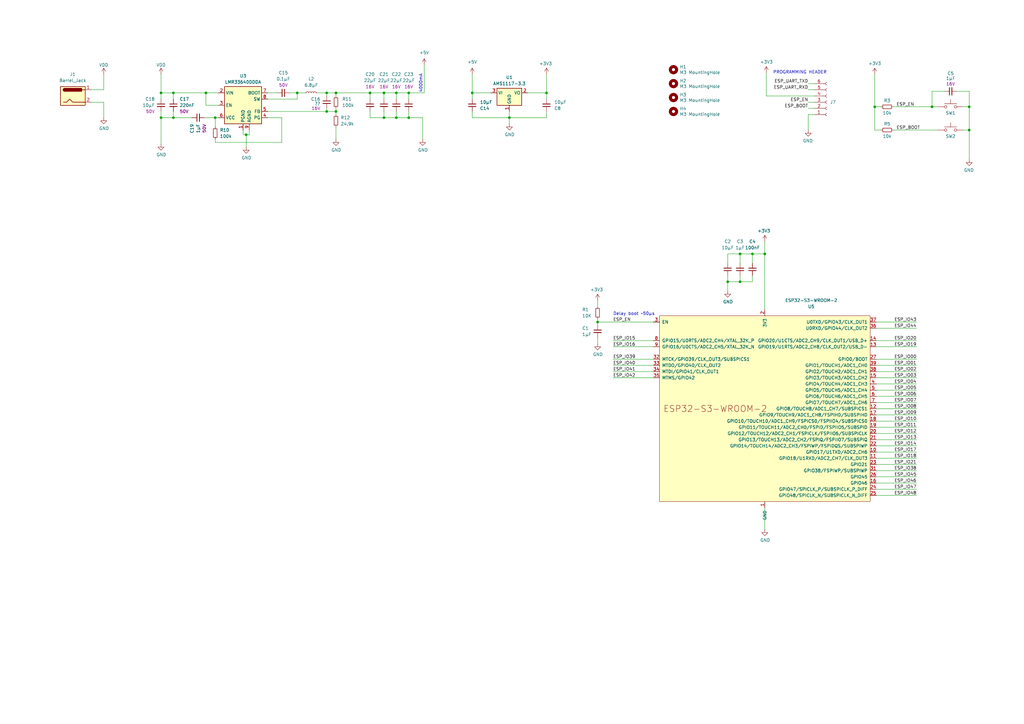
<source format=kicad_sch>
(kicad_sch (version 20231120) (generator "eeschema") (generator_version "8.0")
  (paper "A3")
  (lib_symbols
    (symbol "Connector:Barrel_Jack" (pin_names (offset 1.016))
      (property "Reference" "J" (at 0 5.334 0))
      (property "Value" "Barrel_Jack" (at 0 -5.08 0))
      (symbol "Barrel_Jack_0_1"
        (rectangle (start -5.08 3.81) (end 5.08 -3.81) (stroke (width 0.254)) (fill (type background)))
        (arc (start -3.302 3.175) (mid -3.9343 2.54) (end -3.302 1.905) (stroke (width 0.254)))
        (arc (start -3.302 3.175) (mid -3.9343 2.54) (end -3.302 1.905) (stroke (width 0.254)) (fill (type outline)))
        (polyline (pts (xy 5.08 2.54) (xy 3.81 2.54)) (stroke (width 0.254)))
        (polyline (pts (xy -3.81 -2.54) (xy -2.54 -2.54) (xy -1.27 -1.27) (xy 0 -2.54) (xy 2.54 -2.54) (xy 5.08 -2.54)) (stroke (width 0.254)))
        (rectangle (start 3.683 3.175) (end -3.302 1.905) (stroke (width 0.254)) (fill (type outline)))
      )
      (symbol "Barrel_Jack_1_1"
        (pin passive line (at 7.62 2.54 180) (length 2.54) (name "~") (number "1"))
        (pin passive line (at 7.62 -2.54 180) (length 2.54) (name "~") (number "2"))
      )
    )
    (symbol "Connector:Conn_01x06_Female" (pin_names (offset 1.016) hide)
      (property "Reference" "J" (at 0 7.62 0))
      (property "Value" "Conn_01x06_Female" (at 0 -10.16 0))
      (symbol "Conn_01x06_Female_1_1"
        (arc (start 0 -7.112) (mid -0.5058 -7.62) (end 0 -8.128) (stroke (width 0.1524)))
        (arc (start 0 -4.572) (mid -0.5058 -5.08) (end 0 -5.588) (stroke (width 0.1524)))
        (arc (start 0 -2.032) (mid -0.5058 -2.54) (end 0 -3.048) (stroke (width 0.1524)))
        (polyline (pts (xy -1.27 -7.62) (xy -0.508 -7.62)) (stroke (width 0.1524)))
        (polyline (pts (xy -1.27 -5.08) (xy -0.508 -5.08)) (stroke (width 0.1524)))
        (polyline (pts (xy -1.27 -2.54) (xy -0.508 -2.54)) (stroke (width 0.1524)))
        (polyline (pts (xy -1.27 0) (xy -0.508 0)) (stroke (width 0.1524)))
        (polyline (pts (xy -1.27 2.54) (xy -0.508 2.54)) (stroke (width 0.1524)))
        (polyline (pts (xy -1.27 5.08) (xy -0.508 5.08)) (stroke (width 0.1524)))
        (arc (start 0 0.508) (mid -0.5058 0) (end 0 -0.508) (stroke (width 0.1524)))
        (arc (start 0 3.048) (mid -0.5058 2.54) (end 0 2.032) (stroke (width 0.1524)))
        (arc (start 0 5.588) (mid -0.5058 5.08) (end 0 4.572) (stroke (width 0.1524)))
        (pin passive line (at -5.08 5.08 0) (length 3.81) (name "Pin_1") (number "1"))
        (pin passive line (at -5.08 2.54 0) (length 3.81) (name "Pin_2") (number "2"))
        (pin passive line (at -5.08 0 0) (length 3.81) (name "Pin_3") (number "3"))
        (pin passive line (at -5.08 -2.54 0) (length 3.81) (name "Pin_4") (number "4"))
        (pin passive line (at -5.08 -5.08 0) (length 3.81) (name "Pin_5") (number "5"))
        (pin passive line (at -5.08 -7.62 0) (length 3.81) (name "Pin_6") (number "6"))
      )
    )
    (symbol "Device:C_Small" (pin_numbers hide) (pin_names (offset 0.254) hide)
      (property "Reference" "C" (at 0.254 1.778 0))
      (property "Value" "C_Small" (at 0.254 -2.032 0))
      (symbol "C_Small_0_1"
        (polyline (pts (xy -1.524 -0.508) (xy 1.524 -0.508)) (stroke (width 0.3302)))
        (polyline (pts (xy -1.524 0.508) (xy 1.524 0.508)) (stroke (width 0.3048)))
      )
      (symbol "C_Small_1_1"
        (pin passive line (at 0 2.54 270) (length 2.032) (name "~") (number "1"))
        (pin passive line (at 0 -2.54 90) (length 2.032) (name "~") (number "2"))
      )
    )
    (symbol "Device:L_Small" (pin_numbers hide) (pin_names (offset 0.254) hide)
      (property "Reference" "L" (at 0.762 1.016 0))
      (property "Value" "L_Small" (at 0.762 -1.016 0))
      (symbol "L_Small_0_1"
        (arc (start 0 -2.032) (mid 0.5058 -1.524) (end 0 -1.016))
        (arc (start 0 -1.016) (mid 0.5058 -0.508) (end 0 0))
        (arc (start 0 0) (mid 0.5058 0.508) (end 0 1.016))
        (arc (start 0 1.016) (mid 0.5058 1.524) (end 0 2.032))
      )
      (symbol "L_Small_1_1"
        (pin passive line (at 0 2.54 270) (length 0.508) (name "~") (number "1"))
        (pin passive line (at 0 -2.54 90) (length 0.508) (name "~") (number "2"))
      )
    )
    (symbol "Device:R_Small" (pin_numbers hide) (pin_names (offset 0.254) hide)
      (property "Reference" "R" (at 0.762 0.508 0))
      (property "Value" "R_Small" (at 0.762 -1.016 0))
      (symbol "R_Small_0_1"
        (rectangle (start -0.762 1.778) (end 0.762 -1.778) (stroke (width 0.2032)))
      )
      (symbol "R_Small_1_1"
        (pin passive line (at 0 2.54 270) (length 0.762) (name "~") (number "1"))
        (pin passive line (at 0 -2.54 90) (length 0.762) (name "~") (number "2"))
      )
    )
    (symbol "Espressif:ESP32-S3-WROOM-2" (pin_names (offset 1.016))
      (property "Reference" "U" (at -43.18 43.18 0))
      (property "Value" "ESP32-S3-WROOM-2" (at -43.18 40.64 0))
      (symbol "ESP32-S3-WROOM-2_0_0"
        (text "ESP32-S3-WROOM-2" (at -20.32 0 0) (effects (font (size 2.54 2.54))))
        (pin power_in line (at 0 -38.1 270) (length 2.54) (name "GND") (number "1"))
        (pin bidirectional line (at 45.72 -17.78 180) (length 2.54) (name "GPIO17/U1TXD/ADC2_CH6") (number "10"))
        (pin bidirectional line (at 45.72 -20.32 180) (length 2.54) (name "GPIO18/U1RXD/ADC2_CH7/CLK_OUT3") (number "11"))
        (pin bidirectional line (at 45.72 0 180) (length 2.54) (name "GPIO8/TOUCH8/ADC1_CH7/SUBSPICS1") (number "12"))
        (pin bidirectional line (at 45.72 25.4 180) (length 2.54) (name "GPIO19/U1RTS/ADC2_CH8/CLK_OUT2/USB_D-") (number "13"))
        (pin bidirectional line (at 45.72 27.94 180) (length 2.54) (name "GPIO20/U1CTS/ADC2_CH9/CLK_OUT1/USB_D+") (number "14"))
        (pin bidirectional line (at 45.72 12.7 180) (length 2.54) (name "GPIO3/TOUCH3/ADC1_CH2") (number "15"))
        (pin bidirectional line (at 45.72 -30.48 180) (length 2.54) (name "GPIO46") (number "16"))
        (pin bidirectional line (at 45.72 -2.54 180) (length 2.54) (name "GPIO9/TOUCH9/ADC1_CH8/FSPIHD/SUBSPIHD") (number "17"))
        (pin bidirectional line (at 45.72 -5.08 180) (length 2.54) (name "GPIO10/TOUCH10/ADC1_CH9/FSPICS0/FSPIIO4/SUBSPICS0") (number "18"))
        (pin bidirectional line (at 45.72 -7.62 180) (length 2.54) (name "GPIO11/TOUCH11/ADC2_CH0/FSPID/FSPIIO5/SUBSPID") (number "19"))
        (pin power_in line (at 0 40.64 270) (length 2.54) (name "3V3") (number "2"))
        (pin bidirectional line (at 45.72 -10.16 180) (length 2.54) (name "GPIO12/TOUCH12/ADC2_CH1/FSPICLK/FSPIIO6/SUBSPICLK") (number "20"))
        (pin bidirectional line (at 45.72 -12.7 180) (length 2.54) (name "GPIO13/TOUCH13/ADC2_CH2/FSPIQ/FSPIIO7/SUBSPIQ") (number "21"))
        (pin bidirectional line (at 45.72 -15.24 180) (length 2.54) (name "GPIO14/TOUCH14/ADC2_CH3/FSPIWP/FSPIDQS/SUBSPIWP") (number "22"))
        (pin bidirectional line (at 45.72 -22.86 180) (length 2.54) (name "GPIO21") (number "23"))
        (pin bidirectional line (at 45.72 -33.02 180) (length 2.54) (name "GPIO47/SPICLK_P/SUBSPICLK_P_DIFF") (number "24"))
        (pin bidirectional line (at 45.72 -35.56 180) (length 2.54) (name "GPIO48/SPICLK_N/SUBSPICLK_N_DIFF") (number "25"))
        (pin bidirectional line (at 45.72 -27.94 180) (length 2.54) (name "GPIO45") (number "26"))
        (pin bidirectional line (at 45.72 20.32 180) (length 2.54) (name "GPIO0/BOOT") (number "27"))
        (pin no_connect line (at -43.18 -35.56 0) (length 2.54) hide (name "NC") (number "28"))
        (pin no_connect line (at -43.18 -33.02 0) (length 2.54) hide (name "NC") (number "29"))
        (pin input line (at -45.72 35.56 0) (length 2.54) (name "EN") (number "3"))
        (pin no_connect line (at -43.18 -30.48 0) (length 2.54) hide (name "NC") (number "30"))
        (pin bidirectional line (at 45.72 -25.4 180) (length 2.54) (name "GPIO38/FSPIWP/SUBSPIWP") (number "31"))
        (pin bidirectional line (at -45.72 20.32 0) (length 2.54) (name "MTCK/GPIO39/CLK_OUT3/SUBSPICS1") (number "32"))
        (pin bidirectional line (at -45.72 17.78 0) (length 2.54) (name "MTDO/GPIO40/CLK_OUT2") (number "33"))
        (pin bidirectional line (at -45.72 15.24 0) (length 2.54) (name "MTDI/GPIO41/CLK_OUT1") (number "34"))
        (pin bidirectional line (at -45.72 12.7 0) (length 2.54) (name "MTMS/GPIO42") (number "35"))
        (pin bidirectional line (at 45.72 33.02 180) (length 2.54) (name "U0RXD/GPIO44/CLK_OUT2") (number "36"))
        (pin bidirectional line (at 45.72 35.56 180) (length 2.54) (name "U0TXD/GPIO43/CLK_OUT1") (number "37"))
        (pin bidirectional line (at 45.72 15.24 180) (length 2.54) (name "GPIO2/TOUCH2/ADC1_CH1") (number "38"))
        (pin bidirectional line (at 45.72 17.78 180) (length 2.54) (name "GPIO1/TOUCH1/ADC1_CH0") (number "39"))
        (pin bidirectional line (at 45.72 10.16 180) (length 2.54) (name "GPIO4/TOUCH4/ADC1_CH3") (number "4"))
        (pin passive line (at 0 -38.1 270) (length 2.54) hide (name "GND") (number "40"))
        (pin passive line (at 0 -38.1 270) (length 2.54) hide (name "GND") (number "41"))
        (pin bidirectional line (at 45.72 7.62 180) (length 2.54) (name "GPIO5/TOUCH5/ADC1_CH4") (number "5"))
        (pin bidirectional line (at 45.72 5.08 180) (length 2.54) (name "GPIO6/TOUCH6/ADC1_CH5") (number "6"))
        (pin bidirectional line (at 45.72 2.54 180) (length 2.54) (name "GPIO7/TOUCH7/ADC1_CH6") (number "7"))
        (pin bidirectional line (at -45.72 27.94 0) (length 2.54) (name "GPIO15/U0RTS/ADC2_CH4/XTAL_32K_P") (number "8"))
        (pin bidirectional line (at -45.72 25.4 0) (length 2.54) (name "GPIO16/U0CTS/ADC2_CH5/XTAL_32K_N") (number "9"))
      )
      (symbol "ESP32-S3-WROOM-2_0_1"
        (rectangle (start -43.18 38.1) (end 43.18 -38.1) (fill (type background)))
      )
    )
    (symbol "Mechanical:MountingHole" (pin_names (offset 1.016))
      (property "Reference" "H" (at 0 5.08 0))
      (property "Value" "MountingHole" (at 0 3.175 0))
      (symbol "MountingHole_0_1"
        (circle (center 0 0) (radius 1.27) (stroke (width 1.27)))
      )
    )
    (symbol "Regulator_Linear:AMS1117-3.3"
      (property "Reference" "U" (at -3.81 3.175 0))
      (property "Value" "AMS1117-3.3" (at 0 3.175 0))
      (symbol "AMS1117-3.3_0_1"
        (rectangle (start -5.08 -5.08) (end 5.08 1.905) (stroke (width 0.254)) (fill (type background)))
      )
      (symbol "AMS1117-3.3_1_1"
        (pin power_in line (at 0 -7.62 90) (length 2.54) (name "GND") (number "1"))
        (pin power_out line (at 7.62 0 180) (length 2.54) (name "VO") (number "2"))
        (pin power_in line (at -7.62 0 0) (length 2.54) (name "VI") (number "3"))
      )
    )
    (symbol "Regulator_Switching:LMR33640DDDA"
      (property "Reference" "U" (at 0 11.43 0))
      (property "Value" "LMR33640DDDA" (at 0 8.89 0))
      (symbol "LMR33640DDDA_0_1"
        (rectangle (start -7.62 7.62) (end 7.62 -7.62) (stroke (width 0.254)) (fill (type background)))
      )
      (symbol "LMR33640DDDA_1_1"
        (pin power_in line (at 0 -10.16 90) (length 2.54) (name "PGND") (number "1"))
        (pin power_in line (at -10.16 5.08 0) (length 2.54) (name "VIN") (number "2"))
        (pin input line (at -10.16 0 0) (length 2.54) (name "EN") (number "3"))
        (pin open_collector line (at 10.16 -5.08 180) (length 2.54) (name "PG") (number "4"))
        (pin input line (at 10.16 -2.54 180) (length 2.54) (name "FB") (number "5"))
        (pin power_out line (at -10.16 -5.08 0) (length 2.54) (name "VCC") (number "6"))
        (pin input line (at 10.16 5.08 180) (length 2.54) (name "BOOT") (number "7"))
        (pin output line (at 10.16 2.54 180) (length 2.54) (name "SW") (number "8"))
        (pin power_in line (at 2.54 -10.16 90) (length 2.54) (name "AGND") (number "9"))
      )
    )
    (symbol "Switch:SW_Push" (pin_numbers hide) (pin_names (offset 1.016) hide)
      (property "Reference" "SW" (at 1.27 2.54 0))
      (property "Value" "SW_Push" (at 0 -1.524 0))
      (symbol "SW_Push_0_1"
        (circle (center -2.032 0) (radius 0.508))
        (polyline (pts (xy 0 1.27) (xy 0 3.048)))
        (polyline (pts (xy 2.54 1.27) (xy -2.54 1.27)))
        (circle (center 2.032 0) (radius 0.508))
        (pin passive line (at -5.08 0 0) (length 2.54) (name "1") (number "1"))
        (pin passive line (at 5.08 0 180) (length 2.54) (name "2") (number "2"))
      )
    )
    (symbol "power:+3V3" (power) (pin_names (offset 0))
      (property "Value" "+3V3" (at 0 3.556 0))
      (symbol "+3V3_0_1"
        (polyline (pts (xy -0.762 1.27) (xy 0 2.54)))
        (polyline (pts (xy 0 0) (xy 0 2.54)))
        (polyline (pts (xy 0 2.54) (xy 0.762 1.27)))
      )
      (symbol "+3V3_1_1"
        (pin power_in line (at 0 0 90) (length 0) hide (name "+3V3") (number "1"))
      )
    )
    (symbol "power:+5V" (power) (pin_names (offset 0))
      (property "Value" "+5V" (at 0 3.556 0))
      (symbol "+5V_0_1"
        (polyline (pts (xy -0.762 1.27) (xy 0 2.54)))
        (polyline (pts (xy 0 0) (xy 0 2.54)))
        (polyline (pts (xy 0 2.54) (xy 0.762 1.27)))
      )
      (symbol "+5V_1_1"
        (pin power_in line (at 0 0 90) (length 0) hide (name "+5V") (number "1"))
      )
    )
    (symbol "power:GND" (power) (pin_names (offset 0))
      (property "Value" "GND" (at 0 -3.81 0))
      (symbol "GND_0_1"
        (polyline (pts (xy 0 0) (xy 0 -1.27) (xy 1.27 -1.27) (xy 0 -2.54) (xy -1.27 -1.27) (xy 0 -1.27)))
      )
      (symbol "GND_1_1"
        (pin power_in line (at 0 0 270) (length 0) hide (name "GND") (number "1"))
      )
    )
    (symbol "power:VDD" (power) (pin_names (offset 0))
      (property "Value" "VDD" (at 0 3.81 0))
      (symbol "VDD_0_1"
        (polyline (pts (xy -0.762 1.27) (xy 0 2.54)))
        (polyline (pts (xy 0 0) (xy 0 2.54)))
        (polyline (pts (xy 0 2.54) (xy 0.762 1.27)))
      )
      (symbol "VDD_1_1"
        (pin power_in line (at 0 0 90) (length 0) hide (name "VDD") (number "1"))
      )
    )
  )
  (junction (at 151.765 38.1))
  (junction (at 88.265 48.26))
  (junction (at 313.69 104.14))
  (junction (at 157.48 48.26))
  (junction (at 167.64 38.1))
  (junction (at 100.965 55.245))
  (junction (at 84.455 38.1))
  (junction (at 133.985 45.72))
  (junction (at 308.61 104.14))
  (junction (at 66.04 38.1))
  (junction (at 358.775 43.815))
  (junction (at 137.795 38.1))
  (junction (at 162.56 38.1))
  (junction (at 397.51 43.815))
  (junction (at 193.675 38.1))
  (junction (at 224.155 38.1))
  (junction (at 157.48 38.1))
  (junction (at 121.92 38.1))
  (junction (at 66.04 48.26))
  (junction (at 71.12 48.26))
  (junction (at 167.64 48.26))
  (junction (at 303.53 115.57))
  (junction (at 71.12 38.1))
  (junction (at 298.45 115.57))
  (junction (at 303.53 104.14))
  (junction (at 397.51 53.34))
  (junction (at 137.795 45.72))
  (junction (at 162.56 48.26))
  (junction (at 245.11 132.08))
  (junction (at 382.27 43.815))
  (junction (at 208.915 48.26))
  (junction (at 133.985 38.1))
  (wire (pts (xy 100.965 60.325) (xy 100.965 55.245)))
  (wire (pts (xy 358.775 53.34) (xy 361.315 53.34)))
  (wire (pts (xy 66.04 30.48) (xy 66.04 38.1)))
  (wire (pts (xy 151.765 40.64) (xy 151.765 38.1)))
  (wire (pts (xy 42.545 41.91) (xy 37.465 41.91)))
  (wire (pts (xy 331.47 53.34) (xy 331.47 46.99)))
  (wire (pts (xy 151.765 38.1) (xy 137.795 38.1)))
  (wire (pts (xy 358.775 30.48) (xy 358.775 43.815)))
  (wire (pts (xy 359.41 180.34) (xy 375.92 180.34)))
  (wire (pts (xy 359.41 170.18) (xy 375.92 170.18)))
  (wire (pts (xy 245.11 132.08) (xy 245.11 133.35)))
  (wire (pts (xy 359.41 139.7) (xy 375.92 139.7)))
  (wire (pts (xy 157.48 40.64) (xy 157.48 38.1)))
  (wire (pts (xy 375.92 152.4) (xy 359.41 152.4)))
  (wire (pts (xy 298.45 115.57) (xy 298.45 119.38)))
  (wire (pts (xy 359.41 187.96) (xy 375.92 187.96)))
  (wire (pts (xy 173.355 48.26) (xy 173.355 57.15)))
  (wire (pts (xy 397.51 37.465) (xy 397.51 43.815)))
  (wire (pts (xy 216.535 38.1) (xy 224.155 38.1)))
  (wire (pts (xy 298.45 115.57) (xy 303.53 115.57)))
  (wire (pts (xy 313.69 104.14) (xy 313.69 127)))
  (wire (pts (xy 42.545 48.26) (xy 42.545 41.91)))
  (wire (pts (xy 359.41 185.42) (xy 375.92 185.42)))
  (wire (pts (xy 359.41 132.08) (xy 375.92 132.08)))
  (wire (pts (xy 137.795 45.72) (xy 137.795 44.45)))
  (wire (pts (xy 224.155 48.26) (xy 208.915 48.26)))
  (wire (pts (xy 314.325 29.845) (xy 314.325 39.37)))
  (wire (pts (xy 308.61 107.95) (xy 308.61 104.14)))
  (wire (pts (xy 121.92 40.64) (xy 121.92 38.1)))
  (wire (pts (xy 359.41 193.04) (xy 375.92 193.04)))
  (wire (pts (xy 375.92 162.56) (xy 359.41 162.56)))
  (wire (pts (xy 130.175 38.1) (xy 133.985 38.1)))
  (wire (pts (xy 88.265 48.26) (xy 88.265 52.07)))
  (wire (pts (xy 121.92 38.1) (xy 118.745 38.1)))
  (wire (pts (xy 137.795 52.07) (xy 137.795 57.15)))
  (wire (pts (xy 298.45 107.95) (xy 298.45 104.14)))
  (wire (pts (xy 151.765 45.72) (xy 151.765 48.26)))
  (wire (pts (xy 251.46 152.4) (xy 267.97 152.4)))
  (wire (pts (xy 137.795 38.1) (xy 137.795 39.37)))
  (wire (pts (xy 334.01 39.37) (xy 314.325 39.37)))
  (wire (pts (xy 88.265 48.26) (xy 89.535 48.26)))
  (wire (pts (xy 245.11 130.81) (xy 245.11 132.08)))
  (wire (pts (xy 359.41 190.5) (xy 375.92 190.5)))
  (wire (pts (xy 359.41 182.88) (xy 375.92 182.88)))
  (wire (pts (xy 303.53 107.95) (xy 303.53 104.14)))
  (wire (pts (xy 42.545 36.83) (xy 42.545 30.48)))
  (wire (pts (xy 173.99 26.67) (xy 173.99 38.1)))
  (wire (pts (xy 375.92 154.94) (xy 359.41 154.94)))
  (wire (pts (xy 375.92 160.02) (xy 359.41 160.02)))
  (wire (pts (xy 251.46 149.86) (xy 267.97 149.86)))
  (wire (pts (xy 37.465 36.83) (xy 42.545 36.83)))
  (wire (pts (xy 151.765 38.1) (xy 157.48 38.1)))
  (wire (pts (xy 121.92 38.1) (xy 125.095 38.1)))
  (wire (pts (xy 375.92 149.86) (xy 359.41 149.86)))
  (wire (pts (xy 224.155 38.1) (xy 224.155 30.48)))
  (wire (pts (xy 375.92 165.1) (xy 359.41 165.1)))
  (wire (pts (xy 193.675 45.72) (xy 193.675 48.26)))
  (wire (pts (xy 133.985 38.1) (xy 137.795 38.1)))
  (wire (pts (xy 359.41 177.8) (xy 375.92 177.8)))
  (wire (pts (xy 359.41 203.2) (xy 375.92 203.2)))
  (wire (pts (xy 208.915 48.26) (xy 208.915 50.8)))
  (wire (pts (xy 133.985 45.72) (xy 137.795 45.72)))
  (wire (pts (xy 71.12 45.72) (xy 71.12 48.26)))
  (wire (pts (xy 392.43 37.465) (xy 397.51 37.465)))
  (wire (pts (xy 66.04 40.64) (xy 66.04 38.1)))
  (wire (pts (xy 359.41 198.12) (xy 375.92 198.12)))
  (wire (pts (xy 375.92 157.48) (xy 359.41 157.48)))
  (wire (pts (xy 331.47 34.29) (xy 334.01 34.29)))
  (wire (pts (xy 193.675 30.48) (xy 193.675 38.1)))
  (wire (pts (xy 89.535 43.18) (xy 84.455 43.18)))
  (wire (pts (xy 100.965 55.245) (xy 102.235 55.245)))
  (wire (pts (xy 298.45 104.14) (xy 303.53 104.14)))
  (wire (pts (xy 313.69 205.74) (xy 313.69 217.17)))
  (wire (pts (xy 208.915 45.72) (xy 208.915 48.26)))
  (wire (pts (xy 109.855 40.64) (xy 121.92 40.64)))
  (wire (pts (xy 245.11 123.19) (xy 245.11 125.73)))
  (wire (pts (xy 157.48 48.26) (xy 162.56 48.26)))
  (wire (pts (xy 303.53 113.03) (xy 303.53 115.57)))
  (wire (pts (xy 157.48 45.72) (xy 157.48 48.26)))
  (wire (pts (xy 313.69 99.06) (xy 313.69 104.14)))
  (wire (pts (xy 193.675 38.1) (xy 201.295 38.1)))
  (wire (pts (xy 359.41 167.64) (xy 375.92 167.64)))
  (wire (pts (xy 331.47 46.99) (xy 334.01 46.99)))
  (wire (pts (xy 71.12 48.26) (xy 66.04 48.26)))
  (wire (pts (xy 397.51 43.815) (xy 397.51 53.34)))
  (wire (pts (xy 167.64 45.72) (xy 167.64 48.26)))
  (wire (pts (xy 84.455 43.18) (xy 84.455 38.1)))
  (wire (pts (xy 359.41 134.62) (xy 375.92 134.62)))
  (wire (pts (xy 359.41 172.72) (xy 375.92 172.72)))
  (wire (pts (xy 193.675 38.1) (xy 193.675 40.64)))
  (wire (pts (xy 162.56 48.26) (xy 167.64 48.26)))
  (wire (pts (xy 245.11 138.43) (xy 245.11 140.97)))
  (wire (pts (xy 133.985 44.45) (xy 133.985 45.72)))
  (wire (pts (xy 382.27 37.465) (xy 387.35 37.465)))
  (wire (pts (xy 251.46 154.94) (xy 267.97 154.94)))
  (wire (pts (xy 224.155 45.72) (xy 224.155 48.26)))
  (wire (pts (xy 331.47 41.91) (xy 334.01 41.91)))
  (wire (pts (xy 366.395 53.34) (xy 384.81 53.34)))
  (wire (pts (xy 358.775 43.815) (xy 358.775 53.34)))
  (wire (pts (xy 303.53 104.14) (xy 308.61 104.14)))
  (wire (pts (xy 71.12 40.64) (xy 71.12 38.1)))
  (wire (pts (xy 137.795 45.72) (xy 137.795 46.99)))
  (wire (pts (xy 251.46 147.32) (xy 267.97 147.32)))
  (wire (pts (xy 359.41 200.66) (xy 375.92 200.66)))
  (wire (pts (xy 66.04 45.72) (xy 66.04 48.26)))
  (wire (pts (xy 115.57 58.42) (xy 115.57 48.26)))
  (wire (pts (xy 167.64 40.64) (xy 167.64 38.1)))
  (wire (pts (xy 83.82 48.26) (xy 88.265 48.26)))
  (wire (pts (xy 88.265 58.42) (xy 115.57 58.42)))
  (wire (pts (xy 151.765 48.26) (xy 157.48 48.26)))
  (wire (pts (xy 99.695 55.245) (xy 100.965 55.245)))
  (wire (pts (xy 66.04 48.26) (xy 66.04 59.055)))
  (wire (pts (xy 115.57 48.26) (xy 109.855 48.26)))
  (wire (pts (xy 303.53 115.57) (xy 308.61 115.57)))
  (wire (pts (xy 331.47 36.83) (xy 334.01 36.83)))
  (wire (pts (xy 99.695 53.34) (xy 99.695 55.245)))
  (wire (pts (xy 162.56 38.1) (xy 167.64 38.1)))
  (wire (pts (xy 308.61 104.14) (xy 313.69 104.14)))
  (wire (pts (xy 382.27 43.815) (xy 382.27 37.465)))
  (wire (pts (xy 162.56 40.64) (xy 162.56 38.1)))
  (wire (pts (xy 251.46 139.7) (xy 267.97 139.7)))
  (wire (pts (xy 167.64 48.26) (xy 173.355 48.26)))
  (wire (pts (xy 358.775 43.815) (xy 361.315 43.815)))
  (wire (pts (xy 133.985 38.1) (xy 133.985 39.37)))
  (wire (pts (xy 157.48 38.1) (xy 162.56 38.1)))
  (wire (pts (xy 102.235 55.245) (xy 102.235 53.34)))
  (wire (pts (xy 109.855 38.1) (xy 113.665 38.1)))
  (wire (pts (xy 298.45 113.03) (xy 298.45 115.57)))
  (wire (pts (xy 382.27 43.815) (xy 384.81 43.815)))
  (wire (pts (xy 331.47 44.45) (xy 334.01 44.45)))
  (wire (pts (xy 162.56 45.72) (xy 162.56 48.26)))
  (wire (pts (xy 394.97 53.34) (xy 397.51 53.34)))
  (wire (pts (xy 109.855 45.72) (xy 133.985 45.72)))
  (wire (pts (xy 375.92 147.32) (xy 359.41 147.32)))
  (wire (pts (xy 359.41 142.24) (xy 375.92 142.24)))
  (wire (pts (xy 224.155 38.1) (xy 224.155 40.64)))
  (wire (pts (xy 366.395 43.815) (xy 382.27 43.815)))
  (wire (pts (xy 84.455 38.1) (xy 89.535 38.1)))
  (wire (pts (xy 66.04 38.1) (xy 71.12 38.1)))
  (wire (pts (xy 394.97 43.815) (xy 397.51 43.815)))
  (wire (pts (xy 359.41 175.26) (xy 375.92 175.26)))
  (wire (pts (xy 71.12 38.1) (xy 84.455 38.1)))
  (wire (pts (xy 308.61 115.57) (xy 308.61 113.03)))
  (wire (pts (xy 88.265 57.15) (xy 88.265 58.42)))
  (wire (pts (xy 71.12 48.26) (xy 78.74 48.26)))
  (wire (pts (xy 397.51 53.34) (xy 397.51 65.405)))
  (wire (pts (xy 193.675 48.26) (xy 208.915 48.26)))
  (wire (pts (xy 173.99 38.1) (xy 167.64 38.1)))
  (wire (pts (xy 251.46 142.24) (xy 267.97 142.24)))
  (wire (pts (xy 359.41 195.58) (xy 375.92 195.58)))
  (wire (pts (xy 245.11 132.08) (xy 267.97 132.08)))
  (text "PROGRAMMING HEADER" (at 339.09 30.48 0) (effects (font (size 1.27 1.27)) (justify right bottom)))
  (text "Delay boot ~50µs" (at 251.46 129.54 0) (effects (font (size 1.27 1.27)) (justify left bottom)))
  (text "4000mA" (at 173.355 38.1 90) (effects (font (size 1.27 1.27)) (justify left bottom)))
  (label "ESP_IO43" (at 375.92 132.08 180))
  (label "ESP_IO38" (at 375.92 193.04 180))
  (label "ESP_EN" (at 251.46 132.08 0))
  (label "ESP_IO48" (at 375.92 203.2 180))
  (label "ESP_IO13" (at 375.92 180.34 180))
  (label "ESP_IO41" (at 251.46 152.4 0))
  (label "ESP_EN" (at 331.47 41.91 180))
  (label "ESP_IO05" (at 375.92 160.02 180))
  (label "ESP_IO40" (at 251.46 149.86 0))
  (label "ESP_IO06" (at 375.92 162.56 180))
  (label "ESP_IO09" (at 375.92 170.18 180))
  (label "ESP_IO42" (at 251.46 154.94 0))
  (label "ESP_IO01" (at 375.92 149.86 180))
  (label "ESP_UART_RXD" (at 331.47 36.83 180))
  (label "ESP_IO12" (at 375.92 177.8 180))
  (label "ESP_IO04" (at 375.92 157.48 180))
  (label "ESP_IO47" (at 375.92 200.66 180))
  (label "ESP_IO00" (at 375.92 147.32 180))
  (label "ESP_IO08" (at 375.92 167.64 180))
  (label "ESP_IO15" (at 251.46 139.7 0))
  (label "ESP_EN" (at 367.665 43.815 0))
  (label "ESP_IO39" (at 251.46 147.32 0))
  (label "ESP_IO14" (at 375.92 182.88 180))
  (label "ESP_IO03" (at 375.92 154.94 180))
  (label "ESP_UART_TXD" (at 331.47 34.29 180))
  (label "ESP_IO02" (at 375.92 152.4 180))
  (label "ESP_IO16" (at 251.46 142.24 0))
  (label "ESP_IO19" (at 375.92 142.24 180))
  (label "ESP_IO10" (at 375.92 172.72 180))
  (label "ESP_BOOT" (at 367.665 53.34 0))
  (label "ESP_IO18" (at 375.92 187.96 180))
  (label "ESP_IO45" (at 375.92 195.58 180))
  (label "ESP_IO11" (at 375.92 175.26 180))
  (label "ESP_BOOT" (at 331.47 44.45 180))
  (label "ESP_IO44" (at 375.92 134.62 180))
  (label "ESP_IO07" (at 375.92 165.1 180))
  (label "ESP_IO20" (at 375.92 139.7 180))
  (label "ESP_IO17" (at 375.92 185.42 180))
  (label "ESP_IO21" (at 375.92 190.5 180))
  (label "ESP_IO46" (at 375.92 198.12 180))
  (symbol (lib_id "power:GND") (at 397.51 65.405 0) (mirror y) (unit 1)
    (property "Reference" "#PWR010" (effects (hide yes)))
    (property "Value" "GND" (at 397.383 69.7992 0))
  )
  (symbol (lib_id "Device:L_Small") (at 127.635 38.1 90) (unit 1)
    (property "Reference" "L2" (at 127.635 32.385 90))
    (property "Value" "6.8µF" (at 127.635 34.925 90))
  )
  (symbol (lib_id "Device:C_Small") (at 116.205 38.1 270) (mirror x) (unit 1)
    (property "Reference" "C15" (at 116.205 29.845 90))
    (property "Value" "0.1µF" (at 116.205 32.385 90))
    (property "Voltage" "50V" (at 116.205 34.925 90))
  )
  (symbol (lib_id "Connector:Barrel_Jack") (at 29.845 39.37 0) (unit 1)
    (property "Reference" "J1" (at 29.845 30.48 0))
    (property "Value" "Barrel_Jack" (at 29.845 33.02 0))
  )
  (symbol (lib_id "power:GND") (at 100.965 60.325 0) (unit 1)
    (property "Reference" "#PWR035" (effects (hide yes)))
    (property "Value" "GND" (at 101.092 64.7192 0))
  )
  (symbol (lib_id "Mechanical:MountingHole") (at 276.225 34.29 0) (unit 1) (exclude_from_sim yes) (in_bom no)
    (property "Reference" "H2" (at 278.765 33.1216 0) (effects (justify left)))
    (property "Value" "M3 MountingHole" (at 278.765 35.433 0) (effects (justify left)))
    (property "Footprint" "MountingHole:MountingHole_3.2mm_M3_DIN965_Pad" (effects (hide yes)))
  )
  (symbol (lib_id "Connector:Conn_01x06_Female") (at 339.09 41.91 0) (mirror x) (unit 1)
    (property "Reference" "J7" (at 341.63 41.91 0))
    (property "Value" "Conn_01x06_Female" (effects (hide yes)))
    (property "Footprint" "Connector_PinSocket_1.27mm:PinSocket_1x06_P1.27mm_Vertical" (effects (hide yes)))
  )
  (symbol (lib_id "Device:R_Small") (at 363.855 43.815 90) (unit 1)
    (property "Reference" "R3" (at 363.855 41.275 90))
    (property "Value" "10k" (at 363.855 46.355 90))
    (property "Footprint" "Resistor_SMD:R_0603_1608Metric" (effects (hide yes)))
    (property "Manf#" "RT0603FRE1310KL" (effects (hide yes)))
    (property "LCSC" "C4226066" (effects (hide yes)))
    (property "Package" "0603" (effects (hide yes)))
  )
  (symbol (lib_id "Switch:SW_Push") (at 389.89 43.815 0) (unit 1)
    (property "Reference" "SW1" (at 389.89 46.355 0))
    (property "Value" "SW_Push" (effects (hide yes)))
    (property "Footprint" "Button_Switch_SMD:SW_SPST_B3U-1000P" (effects (hide yes)))
    (property "Manf" "Omron Electronics" (effects (hide yes)))
    (property "Manf#" "B3U-1000P" (effects (hide yes)))
    (property "LCSC" "C231329" (effects (hide yes)))
  )
  (symbol (lib_id "Device:C_Small") (at 303.53 110.49 180) (unit 1)
    (property "Reference" "C3" (at 303.53 99.06 0))
    (property "Value" "1µF" (at 303.53 101.6 0))
    (property "Footprint" "Capacitor_SMD:C_0402_1005Metric" (effects (hide yes)))
  )
  (symbol (lib_id "Device:C_Small") (at 224.155 43.18 180) (unit 1)
    (property "Reference" "C8" (at 227.33 44.45 0) (effects (justify right)))
    (property "Value" "10µF" (at 227.33 41.91 0) (effects (justify right)))
    (property "Footprint" "Capacitor_SMD:C_0402_1005Metric" (effects (hide yes)))
  )
  (symbol (lib_id "Device:R_Small") (at 137.795 49.53 180) (unit 1)
    (property "Reference" "R12" (at 139.7 48.26 0) (effects (justify right)))
    (property "Value" "24.9k" (at 139.7 50.8 0) (effects (justify right)))
  )
  (symbol (lib_id "Mechanical:MountingHole") (at 276.225 40.005 0) (unit 1) (exclude_from_sim yes) (in_bom no)
    (property "Reference" "H3" (at 278.765 38.8366 0) (effects (justify left)))
    (property "Value" "M3 MountingHole" (at 278.765 41.148 0) (effects (justify left)))
    (property "Footprint" "MountingHole:MountingHole_3.2mm_M3_DIN965_Pad" (effects (hide yes)))
  )
  (symbol (lib_id "power:GND") (at 313.69 217.17 0) (unit 1)
    (property "Reference" "#PWR018" (effects (hide yes)))
    (property "Value" "GND" (at 313.817 221.5642 0))
  )
  (symbol (lib_id "power:GND") (at 42.545 48.26 0) (unit 1)
    (property "Reference" "#PWR014" (effects (hide yes)))
    (property "Value" "GND" (at 42.672 52.6542 0))
  )
  (symbol (lib_id "Regulator_Linear:AMS1117-3.3") (at 208.915 38.1 0) (unit 1)
    (property "Reference" "U1" (at 208.915 31.75 0))
    (property "Value" "AMS1117-3.3" (at 208.915 34.29 0))
    (property "Footprint" "Package_TO_SOT_SMD:SOT-223-3_TabPin2" (effects (hide yes)))
    (property "Datasheet" "http://www.advanced-monolithic.com/pdf/ds1117.pdf" (effects (hide yes)))
  )
  (symbol (lib_id "Device:C_Small") (at 245.11 135.89 0) (mirror y) (unit 1)
    (property "Reference" "C1" (at 238.76 134.62 0) (effects (justify right)))
    (property "Value" "1µF" (at 238.76 137.16 0) (effects (justify right)))
    (property "Footprint" "Capacitor_SMD:C_0402_1005Metric" (effects (hide yes)))
  )
  (symbol (lib_id "Device:C_Small") (at 151.765 43.18 0) (mirror y) (unit 1)
    (property "Reference" "C20" (at 151.765 30.48 0))
    (property "Value" "22µF" (at 151.765 33.02 0))
    (property "Voltage" "16V" (at 151.765 35.56 0))
  )
  (symbol (lib_id "Device:R_Small") (at 245.11 128.27 180) (unit 1)
    (property "Reference" "R1" (at 238.76 127 0) (effects (justify right)))
    (property "Value" "10K" (at 238.76 129.54 0) (effects (justify right)))
    (property "Footprint" "Resistor_SMD:R_0805_2012Metric_Pad1.20x1.40mm_HandSolder" (effects (hide yes)))
  )
  (symbol (lib_id "Device:C_Small") (at 71.12 43.18 0) (unit 1)
    (property "Reference" "C17" (at 73.66 40.64 0) (effects (justify left)))
    (property "Value" "220nF" (at 73.66 43.18 0) (effects (justify left)))
    (property "Voltage" "50V" (at 73.66 45.72 0) (effects (justify left)))
  )
  (symbol (lib_id "Device:C_Small") (at 157.48 43.18 0) (mirror y) (unit 1)
    (property "Reference" "C21" (at 157.48 30.48 0))
    (property "Value" "22µF" (at 157.48 33.02 0))
    (property "Voltage" "16V" (at 157.48 35.56 0))
  )
  (symbol (lib_id "Device:C_Small") (at 389.89 37.465 90) (unit 1)
    (property "Reference" "C5" (at 389.89 30.099 90))
    (property "Value" "1µF" (at 389.89 32.131 90))
    (property "Footprint" "Capacitor_SMD:C_0603_1608Metric" (effects (hide yes)))
    (property "Voltage" "16V" (at 389.89 34.417 90))
    (property "Manf#" "CL10A105KO8NNNC" (effects (hide yes)))
    (property "LCSC" "C1592" (effects (hide yes)))
    (property "Package" "0603" (effects (hide yes)))
  )
  (symbol (lib_id "power:GND") (at 173.355 57.15 0) (unit 1)
    (property "Reference" "#PWR033" (effects (hide yes)))
    (property "Value" "GND" (at 173.482 61.5442 0))
  )
  (symbol (lib_id "Device:R_Small") (at 137.795 41.91 180) (unit 1)
    (property "Reference" "R11" (at 140.335 40.64 0) (effects (justify right)))
    (property "Value" "100k" (at 140.335 43.18 0) (effects (justify right)))
  )
  (symbol (lib_id "power:GND") (at 331.47 53.34 0) (mirror y) (unit 1)
    (property "Reference" "#PWR012" (effects (hide yes)))
    (property "Value" "GND" (at 331.343 57.7342 0))
  )
  (symbol (lib_id "Device:C_Small") (at 133.985 41.91 0) (mirror y) (unit 1)
    (property "Reference" "C16" (at 131.445 40.64 0) (effects (justify left)))
    (property "Value" "??" (at 131.445 42.545 0) (effects (justify left)))
    (property "Voltage" "16V" (at 131.445 44.45 0) (effects (justify left)))
  )
  (symbol (lib_id "Device:C_Small") (at 308.61 110.49 180) (unit 1)
    (property "Reference" "C4" (at 308.61 99.06 0))
    (property "Value" "100nF" (at 308.61 101.6 0))
    (property "Footprint" "Capacitor_SMD:C_0402_1005Metric" (effects (hide yes)))
  )
  (symbol (lib_id "power:+3V3") (at 358.775 30.48 0) (unit 1)
    (property "Reference" "#PWR09" (effects (hide yes)))
    (property "Value" "+3V3" (at 358.775 26.035 0))
  )
  (symbol (lib_id "Device:C_Small") (at 193.675 43.18 180) (unit 1)
    (property "Reference" "C14" (at 196.85 44.45 0) (effects (justify right)))
    (property "Value" "10µF" (at 196.85 41.91 0) (effects (justify right)))
    (property "Footprint" "Capacitor_SMD:C_0402_1005Metric" (effects (hide yes)))
  )
  (symbol (lib_id "Espressif:ESP32-S3-WROOM-2") (at 313.69 167.64 0) (unit 1)
    (property "Reference" "U5" (at 332.74 125.73 0))
    (property "Value" "ESP32-S3-WROOM-2" (at 332.74 123.19 0))
    (property "Footprint" "Espressif:ESP32-S3-WROOM-2" (effects (hide yes)))
    (property "Datasheet" "https://www.espressif.com/sites/default/files/documentation/esp32-s3-wroom-2_datasheet_en.pdf" (effects (hide yes)))
  )
  (symbol (lib_id "Device:C_Small") (at 167.64 43.18 0) (mirror y) (unit 1)
    (property "Reference" "C23" (at 167.64 30.48 0))
    (property "Value" "22µF" (at 167.64 33.02 0))
    (property "Voltage" "16V" (at 167.64 35.56 0))
  )
  (symbol (lib_id "power:GND") (at 298.45 119.38 0) (unit 1)
    (property "Reference" "#PWR05" (effects (hide yes)))
    (property "Value" "GND" (at 298.577 123.7742 0))
  )
  (symbol (lib_id "Mechanical:MountingHole") (at 276.225 28.575 0) (unit 1) (exclude_from_sim yes) (in_bom no)
    (property "Reference" "H1" (at 278.765 27.4066 0) (effects (justify left)))
    (property "Value" "M3 MountingHole" (at 278.765 29.718 0) (effects (justify left)))
    (property "Footprint" "MountingHole:MountingHole_3.2mm_M3_DIN965_Pad" (effects (hide yes)))
  )
  (symbol (lib_id "Regulator_Switching:LMR33640DDDA") (at 99.695 43.18 0) (unit 1)
    (property "Reference" "U3" (at 99.695 31.115 0))
    (property "Value" "LMR33640DDDA" (at 99.695 33.655 0))
    (property "Footprint" "Package_SO:Texas_HSOP-8-1EP_3.9x4.9mm_P1.27mm_ThermalVias" (effects (hide yes)))
    (property "Datasheet" "http://www.ti.com/lit/ds/symlink/lmr33640.pdf" (effects (hide yes)))
    (property "Manf" "Texas Instruments" (effects (hide yes)))
    (property "Manf#" "LMR33640DDDAR" (effects (hide yes)))
    (property "LCSC" "C1852154" (effects (hide yes)))
  )
  (symbol (lib_id "power:+3V3") (at 224.155 30.48 0) (mirror y) (unit 1)
    (property "Reference" "#PWR025" (effects (hide yes)))
    (property "Value" "+3V3" (at 223.774 26.0858 0))
  )
  (symbol (lib_id "Mechanical:MountingHole") (at 276.225 45.72 0) (unit 1) (exclude_from_sim yes) (in_bom no)
    (property "Reference" "H4" (at 278.765 44.5516 0) (effects (justify left)))
    (property "Value" "M3 MountingHole" (at 278.765 46.863 0) (effects (justify left)))
    (property "Footprint" "MountingHole:MountingHole_3.2mm_M3_DIN965_Pad" (effects (hide yes)))
  )
  (symbol (lib_id "power:GND") (at 245.11 140.97 0) (unit 1)
    (property "Reference" "#PWR04" (effects (hide yes)))
    (property "Value" "GND" (at 245.237 145.3642 0))
  )
  (symbol (lib_id "Switch:SW_Push") (at 389.89 53.34 0) (mirror y) (unit 1)
    (property "Reference" "SW2" (at 389.89 55.88 0))
    (property "Value" "SW_Push" (effects (hide yes)))
    (property "Footprint" "Slimc_Button_Switch_SMD:SW_Push_1P1T_TS-1145-X-B" (effects (hide yes)))
    (property "Manf" "XKB Connectivity" (effects (hide yes)))
    (property "Manf#" "TS-1145-B-B" (effects (hide yes)))
    (property "LCSC" "C5146819" (effects (hide yes)))
  )
  (symbol (lib_id "power:+3V3") (at 313.69 99.06 0) (mirror y) (unit 1)
    (property "Reference" "#PWR06" (effects (hide yes)))
    (property "Value" "+3V3" (at 313.309 94.6658 0))
  )
  (symbol (lib_id "power:VDD") (at 66.04 30.48 0) (unit 1)
    (property "Reference" "#PWR013" (effects (hide yes)))
    (property "Value" "VDD" (at 66.04 26.67 0))
  )
  (symbol (lib_id "power:+5V") (at 193.675 30.48 0) (unit 1)
    (property "Reference" "#PWR024" (effects (hide yes)))
    (property "Value" "+5V" (at 193.675 25.4 0))
  )
  (symbol (lib_id "power:+3V3") (at 314.325 29.845 0) (mirror y) (unit 1)
    (property "Reference" "#PWR011" (effects (hide yes)))
    (property "Value" "+3V3" (at 314.325 25.4 0))
  )
  (symbol (lib_id "Device:C_Small") (at 162.56 43.18 0) (mirror y) (unit 1)
    (property "Reference" "C22" (at 162.56 30.48 0))
    (property "Value" "22µF" (at 162.56 33.02 0))
    (property "Voltage" "16V" (at 162.56 35.56 0))
  )
  (symbol (lib_id "Device:C_Small") (at 298.45 110.49 180) (unit 1)
    (property "Reference" "C2" (at 298.45 99.06 0))
    (property "Value" "10µF" (at 298.45 101.6 0))
    (property "Footprint" "Capacitor_SMD:C_0402_1005Metric" (effects (hide yes)))
  )
  (symbol (lib_id "power:+3V3") (at 245.11 123.19 0) (mirror y) (unit 1)
    (property "Reference" "#PWR03" (effects (hide yes)))
    (property "Value" "+3V3" (at 244.729 118.7958 0))
  )
  (symbol (lib_id "Device:C_Small") (at 81.28 48.26 90) (mirror x) (unit 1)
    (property "Reference" "C19" (at 78.74 50.8 0) (effects (justify left)))
    (property "Value" "1µF" (at 81.28 50.8 0) (effects (justify left)))
    (property "Voltage" "50V" (at 83.82 50.8 0) (effects (justify left)))
  )
  (symbol (lib_id "Device:C_Small") (at 66.04 43.18 0) (mirror y) (unit 1)
    (property "Reference" "C18" (at 63.5 40.64 0) (effects (justify left)))
    (property "Value" "10µF" (at 63.5 43.18 0) (effects (justify left)))
    (property "Voltage" "50V" (at 63.5 45.72 0) (effects (justify left)))
  )
  (symbol (lib_id "power:GND") (at 66.04 59.055 0) (unit 1)
    (property "Reference" "#PWR030" (effects (hide yes)))
    (property "Value" "GND" (at 66.167 63.4492 0))
  )
  (symbol (lib_id "Device:R_Small") (at 88.265 54.61 180) (unit 1)
    (property "Reference" "R10" (at 90.17 53.34 0) (effects (justify right)))
    (property "Value" "100k" (at 90.17 55.88 0) (effects (justify right)))
  )
  (symbol (lib_id "power:GND") (at 208.915 50.8 0) (unit 1)
    (property "Reference" "#PWR026" (effects (hide yes)))
    (property "Value" "GND" (at 209.042 55.1942 0))
  )
  (symbol (lib_id "Device:R_Small") (at 363.855 53.34 90) (unit 1)
    (property "Reference" "R5" (at 363.855 50.8 90))
    (property "Value" "10k" (at 363.855 55.88 90))
    (property "Footprint" "Resistor_SMD:R_0603_1608Metric" (effects (hide yes)))
    (property "Manf#" "RT0603FRE1310KL" (effects (hide yes)))
    (property "LCSC" "C4226066" (effects (hide yes)))
    (property "Package" "0603" (effects (hide yes)))
  )
  (symbol (lib_id "power:+5V") (at 173.99 26.67 0) (unit 1)
    (property "Reference" "#PWR034" (effects (hide yes)))
    (property "Value" "+5V" (at 173.99 21.59 0))
  )
  (symbol (lib_id "power:VDD") (at 42.545 30.48 0) (unit 1)
    (property "Reference" "#PWR029" (effects (hide yes)))
    (property "Value" "VDD" (at 42.545 26.67 0))
  )
  (symbol (lib_id "power:GND") (at 137.795 57.15 0) (unit 1)
    (property "Reference" "#PWR032" (effects (hide yes)))
    (property "Value" "GND" (at 137.922 61.5442 0))
  )
)
</source>
